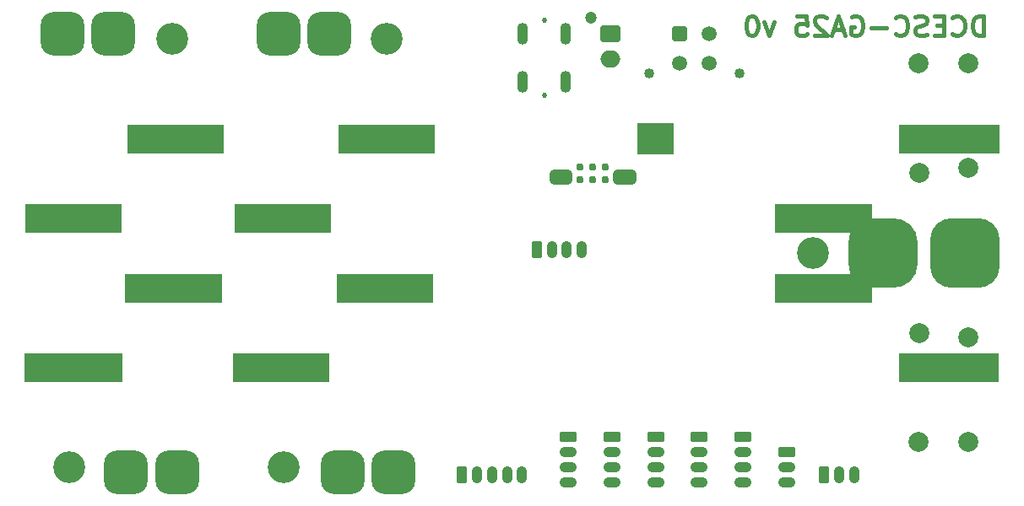
<source format=gbs>
%TF.GenerationSoftware,KiCad,Pcbnew,9.0.2*%
%TF.CreationDate,2025-07-16T05:03:17+03:00*%
%TF.ProjectId,dcesc-ga25,64636573-632d-4676-9132-352e6b696361,rev?*%
%TF.SameCoordinates,Original*%
%TF.FileFunction,Soldermask,Bot*%
%TF.FilePolarity,Negative*%
%FSLAX45Y45*%
G04 Gerber Fmt 4.5, Leading zero omitted, Abs format (unit mm)*
G04 Created by KiCad (PCBNEW 9.0.2) date 2025-07-16 05:03:17*
%MOMM*%
%LPD*%
G01*
G04 APERTURE LIST*
G04 Aperture macros list*
%AMRoundRect*
0 Rectangle with rounded corners*
0 $1 Rounding radius*
0 $2 $3 $4 $5 $6 $7 $8 $9 X,Y pos of 4 corners*
0 Add a 4 corners polygon primitive as box body*
4,1,4,$2,$3,$4,$5,$6,$7,$8,$9,$2,$3,0*
0 Add four circle primitives for the rounded corners*
1,1,$1+$1,$2,$3*
1,1,$1+$1,$4,$5*
1,1,$1+$1,$6,$7*
1,1,$1+$1,$8,$9*
0 Add four rect primitives between the rounded corners*
20,1,$1+$1,$2,$3,$4,$5,0*
20,1,$1+$1,$4,$5,$6,$7,0*
20,1,$1+$1,$6,$7,$8,$9,0*
20,1,$1+$1,$8,$9,$2,$3,0*%
%AMFreePoly0*
4,1,23,0.500000,-0.750000,0.000000,-0.750000,0.000000,-0.745722,-0.065263,-0.745722,-0.191342,-0.711940,-0.304381,-0.646677,-0.396677,-0.554381,-0.461940,-0.441342,-0.495722,-0.315263,-0.495722,-0.250000,-0.500000,-0.250000,-0.500000,0.250000,-0.495722,0.250000,-0.495722,0.315263,-0.461940,0.441342,-0.396677,0.554381,-0.304381,0.646677,-0.191342,0.711940,-0.065263,0.745722,0.000000,0.745722,
0.000000,0.750000,0.500000,0.750000,0.500000,-0.750000,0.500000,-0.750000,$1*%
%AMFreePoly1*
4,1,23,0.000000,0.745722,0.065263,0.745722,0.191342,0.711940,0.304381,0.646677,0.396677,0.554381,0.461940,0.441342,0.495722,0.315263,0.495722,0.250000,0.500000,0.250000,0.500000,-0.250000,0.495722,-0.250000,0.495722,-0.315263,0.461940,-0.441342,0.396677,-0.554381,0.304381,-0.646677,0.191342,-0.711940,0.065263,-0.745722,0.000000,-0.745722,0.000000,-0.750000,-0.500000,-0.750000,
-0.500000,0.750000,0.000000,0.750000,0.000000,0.745722,0.000000,0.745722,$1*%
G04 Aperture macros list end*
%ADD10C,0.100000*%
%ADD11C,0.400000*%
%ADD12RoundRect,1.000000X0.000010X0.000010X-0.000010X0.000010X-0.000010X-0.000010X0.000010X-0.000010X0*%
%ADD13C,2.000000*%
%ADD14RoundRect,2.249998X-1.250002X-1.250002X1.250002X-1.250002X1.250002X1.250002X-1.250002X1.250002X0*%
%ADD15C,3.200000*%
%ADD16RoundRect,0.250000X-0.265000X-0.615000X0.265000X-0.615000X0.265000X0.615000X-0.265000X0.615000X0*%
%ADD17O,1.030000X1.730000*%
%ADD18C,1.020000*%
%ADD19RoundRect,0.250001X-0.499999X-0.499999X0.499999X-0.499999X0.499999X0.499999X-0.499999X0.499999X0*%
%ADD20C,1.500000*%
%ADD21RoundRect,1.400000X0.800000X-0.800000X0.800000X0.800000X-0.800000X0.800000X-0.800000X-0.800000X0*%
%ADD22RoundRect,0.250000X-0.615000X0.265000X-0.615000X-0.265000X0.615000X-0.265000X0.615000X0.265000X0*%
%ADD23O,1.730000X1.030000*%
%ADD24C,0.770000*%
%ADD25C,0.520000*%
%ADD26O,1.100000X2.200000*%
%ADD27C,1.200000*%
%ADD28RoundRect,0.250000X-0.750000X0.600000X-0.750000X-0.600000X0.750000X-0.600000X0.750000X0.600000X0*%
%ADD29O,2.000000X1.700000*%
%ADD30RoundRect,2.559998X-0.940002X-0.940002X0.940002X-0.940002X0.940002X0.940002X-0.940002X0.940002X0*%
%ADD31RoundRect,1.000000X0.000011X0.000009X-0.000009X0.000011X-0.000011X-0.000009X0.000009X-0.000011X0*%
%ADD32RoundRect,1.000000X0.000009X0.000011X-0.000011X0.000009X-0.000009X-0.000011X0.000011X-0.000009X0*%
%ADD33RoundRect,1.400000X-0.800000X0.800000X-0.800000X-0.800000X0.800000X-0.800000X0.800000X0.800000X0*%
%ADD34FreePoly0,0.000000*%
%ADD35FreePoly1,0.000000*%
%ADD36FreePoly0,180.000000*%
%ADD37FreePoly1,180.000000*%
G04 APERTURE END LIST*
D10*
X17720000Y-7710000D02*
X18680000Y-7710000D01*
X18680000Y-7990000D01*
X17720000Y-7990000D01*
X17720000Y-7710000D01*
G36*
X17720000Y-7710000D02*
G01*
X18680000Y-7710000D01*
X18680000Y-7990000D01*
X17720000Y-7990000D01*
X17720000Y-7710000D01*
G37*
X13320000Y-7710000D02*
X14280000Y-7710000D01*
X14280000Y-7990000D01*
X13320000Y-7990000D01*
X13320000Y-7710000D01*
G36*
X13320000Y-7710000D02*
G01*
X14280000Y-7710000D01*
X14280000Y-7990000D01*
X13320000Y-7990000D01*
X13320000Y-7710000D01*
G37*
X12280000Y-8510000D02*
X13240000Y-8510000D01*
X13240000Y-8790000D01*
X12280000Y-8790000D01*
X12280000Y-8510000D01*
G36*
X12280000Y-8510000D02*
G01*
X13240000Y-8510000D01*
X13240000Y-8790000D01*
X12280000Y-8790000D01*
X12280000Y-8510000D01*
G37*
X16340000Y-6200000D02*
X16690000Y-6200000D01*
X16690000Y-6500000D01*
X16340000Y-6500000D01*
X16340000Y-6200000D01*
G36*
X16340000Y-6200000D02*
G01*
X16690000Y-6200000D01*
X16690000Y-6500000D01*
X16340000Y-6500000D01*
X16340000Y-6200000D01*
G37*
X12300000Y-7010000D02*
X13260000Y-7010000D01*
X13260000Y-7290000D01*
X12300000Y-7290000D01*
X12300000Y-7010000D01*
G36*
X12300000Y-7010000D02*
G01*
X13260000Y-7010000D01*
X13260000Y-7290000D01*
X12300000Y-7290000D01*
X12300000Y-7010000D01*
G37*
X17720000Y-7010000D02*
X18680000Y-7010000D01*
X18680000Y-7290000D01*
X17720000Y-7290000D01*
X17720000Y-7010000D01*
G36*
X17720000Y-7010000D02*
G01*
X18680000Y-7010000D01*
X18680000Y-7290000D01*
X17720000Y-7290000D01*
X17720000Y-7010000D01*
G37*
X10195000Y-8510000D02*
X11165000Y-8510000D01*
X11165000Y-8790000D01*
X10195000Y-8790000D01*
X10195000Y-8510000D01*
G36*
X10195000Y-8510000D02*
G01*
X11165000Y-8510000D01*
X11165000Y-8790000D01*
X10195000Y-8790000D01*
X10195000Y-8510000D01*
G37*
X18960000Y-6210000D02*
X19960000Y-6210000D01*
X19960000Y-6490000D01*
X18960000Y-6490000D01*
X18960000Y-6210000D01*
G36*
X18960000Y-6210000D02*
G01*
X19960000Y-6210000D01*
X19960000Y-6490000D01*
X18960000Y-6490000D01*
X18960000Y-6210000D01*
G37*
X11220000Y-6210000D02*
X12180000Y-6210000D01*
X12180000Y-6490000D01*
X11220000Y-6490000D01*
X11220000Y-6210000D01*
G36*
X11220000Y-6210000D02*
G01*
X12180000Y-6210000D01*
X12180000Y-6490000D01*
X11220000Y-6490000D01*
X11220000Y-6210000D01*
G37*
X10200000Y-7010000D02*
X11160000Y-7010000D01*
X11160000Y-7290000D01*
X10200000Y-7290000D01*
X10200000Y-7010000D01*
G36*
X10200000Y-7010000D02*
G01*
X11160000Y-7010000D01*
X11160000Y-7290000D01*
X10200000Y-7290000D01*
X10200000Y-7010000D01*
G37*
X18965000Y-8510000D02*
X19955000Y-8510000D01*
X19955000Y-8790000D01*
X18965000Y-8790000D01*
X18965000Y-8510000D01*
G36*
X18965000Y-8510000D02*
G01*
X19955000Y-8510000D01*
X19955000Y-8790000D01*
X18965000Y-8790000D01*
X18965000Y-8510000D01*
G37*
X13340000Y-6210000D02*
X14300000Y-6210000D01*
X14300000Y-6490000D01*
X13340000Y-6490000D01*
X13340000Y-6210000D01*
G36*
X13340000Y-6210000D02*
G01*
X14300000Y-6210000D01*
X14300000Y-6490000D01*
X13340000Y-6490000D01*
X13340000Y-6210000D01*
G37*
X11200000Y-7710000D02*
X12160000Y-7710000D01*
X12160000Y-7990000D01*
X11200000Y-7990000D01*
X11200000Y-7710000D01*
G36*
X11200000Y-7710000D02*
G01*
X12160000Y-7710000D01*
X12160000Y-7990000D01*
X11200000Y-7990000D01*
X11200000Y-7710000D01*
G37*
D11*
X19811065Y-5318444D02*
X19811065Y-5118444D01*
X19811065Y-5118444D02*
X19763446Y-5118444D01*
X19763446Y-5118444D02*
X19734875Y-5127968D01*
X19734875Y-5127968D02*
X19715827Y-5147015D01*
X19715827Y-5147015D02*
X19706303Y-5166063D01*
X19706303Y-5166063D02*
X19696780Y-5204158D01*
X19696780Y-5204158D02*
X19696780Y-5232730D01*
X19696780Y-5232730D02*
X19706303Y-5270825D01*
X19706303Y-5270825D02*
X19715827Y-5289872D01*
X19715827Y-5289872D02*
X19734875Y-5308920D01*
X19734875Y-5308920D02*
X19763446Y-5318444D01*
X19763446Y-5318444D02*
X19811065Y-5318444D01*
X19496780Y-5299396D02*
X19506303Y-5308920D01*
X19506303Y-5308920D02*
X19534875Y-5318444D01*
X19534875Y-5318444D02*
X19553922Y-5318444D01*
X19553922Y-5318444D02*
X19582494Y-5308920D01*
X19582494Y-5308920D02*
X19601541Y-5289872D01*
X19601541Y-5289872D02*
X19611065Y-5270825D01*
X19611065Y-5270825D02*
X19620589Y-5232730D01*
X19620589Y-5232730D02*
X19620589Y-5204158D01*
X19620589Y-5204158D02*
X19611065Y-5166063D01*
X19611065Y-5166063D02*
X19601541Y-5147015D01*
X19601541Y-5147015D02*
X19582494Y-5127968D01*
X19582494Y-5127968D02*
X19553922Y-5118444D01*
X19553922Y-5118444D02*
X19534875Y-5118444D01*
X19534875Y-5118444D02*
X19506303Y-5127968D01*
X19506303Y-5127968D02*
X19496780Y-5137491D01*
X19411065Y-5213682D02*
X19344399Y-5213682D01*
X19315827Y-5318444D02*
X19411065Y-5318444D01*
X19411065Y-5318444D02*
X19411065Y-5118444D01*
X19411065Y-5118444D02*
X19315827Y-5118444D01*
X19239637Y-5308920D02*
X19211065Y-5318444D01*
X19211065Y-5318444D02*
X19163446Y-5318444D01*
X19163446Y-5318444D02*
X19144399Y-5308920D01*
X19144399Y-5308920D02*
X19134875Y-5299396D01*
X19134875Y-5299396D02*
X19125351Y-5280349D01*
X19125351Y-5280349D02*
X19125351Y-5261301D01*
X19125351Y-5261301D02*
X19134875Y-5242253D01*
X19134875Y-5242253D02*
X19144399Y-5232730D01*
X19144399Y-5232730D02*
X19163446Y-5223206D01*
X19163446Y-5223206D02*
X19201541Y-5213682D01*
X19201541Y-5213682D02*
X19220589Y-5204158D01*
X19220589Y-5204158D02*
X19230113Y-5194634D01*
X19230113Y-5194634D02*
X19239637Y-5175587D01*
X19239637Y-5175587D02*
X19239637Y-5156539D01*
X19239637Y-5156539D02*
X19230113Y-5137491D01*
X19230113Y-5137491D02*
X19220589Y-5127968D01*
X19220589Y-5127968D02*
X19201541Y-5118444D01*
X19201541Y-5118444D02*
X19153922Y-5118444D01*
X19153922Y-5118444D02*
X19125351Y-5127968D01*
X18925351Y-5299396D02*
X18934875Y-5308920D01*
X18934875Y-5308920D02*
X18963446Y-5318444D01*
X18963446Y-5318444D02*
X18982494Y-5318444D01*
X18982494Y-5318444D02*
X19011065Y-5308920D01*
X19011065Y-5308920D02*
X19030113Y-5289872D01*
X19030113Y-5289872D02*
X19039637Y-5270825D01*
X19039637Y-5270825D02*
X19049160Y-5232730D01*
X19049160Y-5232730D02*
X19049160Y-5204158D01*
X19049160Y-5204158D02*
X19039637Y-5166063D01*
X19039637Y-5166063D02*
X19030113Y-5147015D01*
X19030113Y-5147015D02*
X19011065Y-5127968D01*
X19011065Y-5127968D02*
X18982494Y-5118444D01*
X18982494Y-5118444D02*
X18963446Y-5118444D01*
X18963446Y-5118444D02*
X18934875Y-5127968D01*
X18934875Y-5127968D02*
X18925351Y-5137491D01*
X18839637Y-5242253D02*
X18687256Y-5242253D01*
X18487256Y-5127968D02*
X18506303Y-5118444D01*
X18506303Y-5118444D02*
X18534875Y-5118444D01*
X18534875Y-5118444D02*
X18563446Y-5127968D01*
X18563446Y-5127968D02*
X18582494Y-5147015D01*
X18582494Y-5147015D02*
X18592018Y-5166063D01*
X18592018Y-5166063D02*
X18601541Y-5204158D01*
X18601541Y-5204158D02*
X18601541Y-5232730D01*
X18601541Y-5232730D02*
X18592018Y-5270825D01*
X18592018Y-5270825D02*
X18582494Y-5289872D01*
X18582494Y-5289872D02*
X18563446Y-5308920D01*
X18563446Y-5308920D02*
X18534875Y-5318444D01*
X18534875Y-5318444D02*
X18515827Y-5318444D01*
X18515827Y-5318444D02*
X18487256Y-5308920D01*
X18487256Y-5308920D02*
X18477732Y-5299396D01*
X18477732Y-5299396D02*
X18477732Y-5232730D01*
X18477732Y-5232730D02*
X18515827Y-5232730D01*
X18401541Y-5261301D02*
X18306303Y-5261301D01*
X18420589Y-5318444D02*
X18353922Y-5118444D01*
X18353922Y-5118444D02*
X18287256Y-5318444D01*
X18230113Y-5137491D02*
X18220589Y-5127968D01*
X18220589Y-5127968D02*
X18201541Y-5118444D01*
X18201541Y-5118444D02*
X18153922Y-5118444D01*
X18153922Y-5118444D02*
X18134875Y-5127968D01*
X18134875Y-5127968D02*
X18125351Y-5137491D01*
X18125351Y-5137491D02*
X18115827Y-5156539D01*
X18115827Y-5156539D02*
X18115827Y-5175587D01*
X18115827Y-5175587D02*
X18125351Y-5204158D01*
X18125351Y-5204158D02*
X18239637Y-5318444D01*
X18239637Y-5318444D02*
X18115827Y-5318444D01*
X17934875Y-5118444D02*
X18030113Y-5118444D01*
X18030113Y-5118444D02*
X18039637Y-5213682D01*
X18039637Y-5213682D02*
X18030113Y-5204158D01*
X18030113Y-5204158D02*
X18011065Y-5194634D01*
X18011065Y-5194634D02*
X17963446Y-5194634D01*
X17963446Y-5194634D02*
X17944399Y-5204158D01*
X17944399Y-5204158D02*
X17934875Y-5213682D01*
X17934875Y-5213682D02*
X17925351Y-5232730D01*
X17925351Y-5232730D02*
X17925351Y-5280349D01*
X17925351Y-5280349D02*
X17934875Y-5299396D01*
X17934875Y-5299396D02*
X17944399Y-5308920D01*
X17944399Y-5308920D02*
X17963446Y-5318444D01*
X17963446Y-5318444D02*
X18011065Y-5318444D01*
X18011065Y-5318444D02*
X18030113Y-5308920D01*
X18030113Y-5308920D02*
X18039637Y-5299396D01*
X17706303Y-5185110D02*
X17658684Y-5318444D01*
X17658684Y-5318444D02*
X17611065Y-5185110D01*
X17496779Y-5118444D02*
X17477732Y-5118444D01*
X17477732Y-5118444D02*
X17458684Y-5127968D01*
X17458684Y-5127968D02*
X17449160Y-5137491D01*
X17449160Y-5137491D02*
X17439637Y-5156539D01*
X17439637Y-5156539D02*
X17430113Y-5194634D01*
X17430113Y-5194634D02*
X17430113Y-5242253D01*
X17430113Y-5242253D02*
X17439637Y-5280349D01*
X17439637Y-5280349D02*
X17449160Y-5299396D01*
X17449160Y-5299396D02*
X17458684Y-5308920D01*
X17458684Y-5308920D02*
X17477732Y-5318444D01*
X17477732Y-5318444D02*
X17496779Y-5318444D01*
X17496779Y-5318444D02*
X17515827Y-5308920D01*
X17515827Y-5308920D02*
X17525351Y-5299396D01*
X17525351Y-5299396D02*
X17534875Y-5280349D01*
X17534875Y-5280349D02*
X17544398Y-5242253D01*
X17544398Y-5242253D02*
X17544398Y-5194634D01*
X17544398Y-5194634D02*
X17534875Y-5156539D01*
X17534875Y-5156539D02*
X17525351Y-5137491D01*
X17525351Y-5137491D02*
X17515827Y-5127968D01*
X17515827Y-5127968D02*
X17496779Y-5118444D01*
%TO.C,J1*%
G36*
X15555000Y-6815000D02*
G01*
X15585000Y-6815000D01*
X15585000Y-6665000D01*
X15555000Y-6665000D01*
X15555000Y-6815000D01*
G37*
%TO.C,J2*%
G36*
X16225000Y-6665000D02*
G01*
X16195000Y-6665000D01*
X16195000Y-6815000D01*
X16225000Y-6815000D01*
X16225000Y-6665000D01*
G37*
%TD*%
D12*
%TO.C,C65*%
X19660000Y-5600000D03*
D13*
X19160000Y-5600000D03*
%TD*%
D14*
%TO.C,J18*%
X19620000Y-7500000D03*
%TD*%
D15*
%TO.C,H1*%
X10640000Y-9650000D03*
%TD*%
%TO.C,H4*%
X11670000Y-5350000D03*
%TD*%
D16*
%TO.C,X8*%
X18210000Y-9725000D03*
D17*
X18360000Y-9725000D03*
X18510000Y-9725000D03*
%TD*%
D18*
%TO.C,X1*%
X16460000Y-5694000D03*
X17360000Y-5694000D03*
D19*
X16760000Y-5300000D03*
D20*
X17060000Y-5300000D03*
X16760000Y-5600000D03*
X17060000Y-5600000D03*
%TD*%
D21*
%TO.C,J7*%
X11080000Y-5300000D03*
%TD*%
%TO.C,J5*%
X13380000Y-9700000D03*
%TD*%
D22*
%TO.C,X5*%
X16960000Y-9350000D03*
D23*
X16960000Y-9500000D03*
X16960000Y-9650000D03*
X16960000Y-9800000D03*
%TD*%
D21*
%TO.C,J4*%
X11210000Y-9700000D03*
%TD*%
D22*
%TO.C,X6*%
X17400000Y-9350000D03*
D23*
X17400000Y-9500000D03*
X17400000Y-9650000D03*
X17400000Y-9800000D03*
%TD*%
D12*
%TO.C,C68*%
X19660000Y-9400000D03*
D13*
X19160000Y-9400000D03*
%TD*%
D21*
%TO.C,J10*%
X13250000Y-5300000D03*
%TD*%
D22*
%TO.C,X4*%
X16520000Y-9350000D03*
D23*
X16520000Y-9500000D03*
X16520000Y-9650000D03*
X16520000Y-9800000D03*
%TD*%
D16*
%TO.C,X11*%
X15330000Y-7465000D03*
D17*
X15480000Y-7465000D03*
X15630000Y-7465000D03*
X15780000Y-7465000D03*
%TD*%
D22*
%TO.C,X9*%
X17840000Y-9500000D03*
D23*
X17840000Y-9650000D03*
X17840000Y-9800000D03*
%TD*%
D24*
%TO.C,U13*%
X15760000Y-6765000D03*
X15890000Y-6765000D03*
X16020000Y-6765000D03*
X15760000Y-6635000D03*
X15890000Y-6635000D03*
X16020000Y-6635000D03*
%TD*%
D25*
%TO.C,X12*%
X15405000Y-5915000D03*
X15405000Y-5165000D03*
D26*
X15190000Y-5780000D03*
X15620000Y-5780000D03*
X15190000Y-5300000D03*
X15620000Y-5300000D03*
%TD*%
D15*
%TO.C,H2*%
X12790000Y-9650000D03*
%TD*%
D22*
%TO.C,X3*%
X15640000Y-9350000D03*
D23*
X15640000Y-9500000D03*
X15640000Y-9650000D03*
X15640000Y-9800000D03*
%TD*%
D27*
%TO.C,X2*%
X15870000Y-5140000D03*
D28*
X16070000Y-5300000D03*
D29*
X16070000Y-5550000D03*
%TD*%
D22*
%TO.C,X7*%
X16080000Y-9350000D03*
D23*
X16080000Y-9500000D03*
X16080000Y-9650000D03*
X16080000Y-9800000D03*
%TD*%
D30*
%TO.C,J19*%
X18800000Y-7500000D03*
%TD*%
D15*
%TO.C,H5*%
X13820000Y-5350000D03*
%TD*%
D31*
%TO.C,C67*%
X19660000Y-8350000D03*
D13*
X19161903Y-8306422D03*
%TD*%
D21*
%TO.C,J3*%
X11720000Y-9700000D03*
%TD*%
D16*
%TO.C,X10*%
X14580000Y-9730000D03*
D17*
X14730000Y-9730000D03*
X14880000Y-9730000D03*
X15030000Y-9730000D03*
X15180000Y-9730000D03*
%TD*%
D21*
%TO.C,J6*%
X13890000Y-9700000D03*
%TD*%
D32*
%TO.C,C66*%
X19660000Y-6650000D03*
D13*
X19161903Y-6693578D03*
%TD*%
D21*
%TO.C,J8*%
X10570000Y-5300000D03*
%TD*%
D15*
%TO.C,H3*%
X18100000Y-7500000D03*
%TD*%
D33*
%TO.C,J9*%
X12740000Y-5300000D03*
%TD*%
D34*
%TO.C,J1*%
X15505000Y-6740000D03*
D35*
X15635000Y-6740000D03*
%TD*%
D36*
%TO.C,J2*%
X16275000Y-6740000D03*
D37*
X16145000Y-6740000D03*
%TD*%
M02*

</source>
